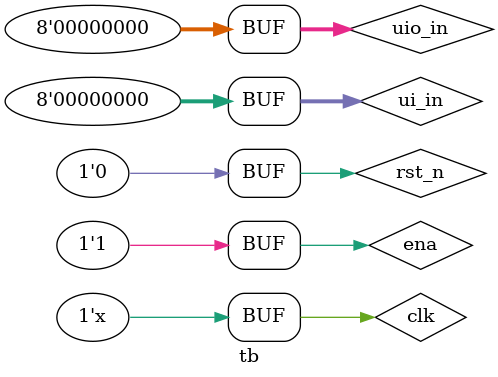
<source format=v>
`default_nettype none
`timescale 1ns / 1ps

/* This testbench just instantiates the module and makes some convenient wires
   that can be driven / tested by the cocotb test.py.
*/

module tb;

  // Dump the signals to a FST file. You can view it with gtkwave or surfer.
  initial begin
    $dumpfile("tb.fst");
    $dumpvars(0, tb);
    #1;
  end

 
    // ----------------------------------
    // DUT signals
    // ----------------------------------
    reg  [7:0] ui_in;
    wire [7:0] uo_out;
    reg  [7:0] uio_in;
    wire [7:0] uio_out;
    wire [7:0] uio_oe;
    reg        clk;
    reg        rst_n;
    reg        ena;

    // ----------------------------------
    // Instantiate DUT
    // ----------------------------------
    tt_um_piggy_top dut (
        .ui_in  (ui_in),
        .uo_out (uo_out),
        .uio_in (uio_in),
        .uio_out(uio_out),
        .uio_oe (uio_oe),
        .clk    (clk),
        .rst_n  (rst_n),
        .ena    (ena)
    );

    // ----------------------------------
    // Clock: 100 MHz
    // ----------------------------------
    always #5 clk = ~clk;

    // ----------------------------------
    // Debounce timing parameters
    // ----------------------------------
    localparam integer CLK_PERIOD_NS   = 10;
    localparam integer DEBOUNCE_CYCLES  = 400_000;
    localparam integer DEBOUNCE_TIME_NS = CLK_PERIOD_NS * DEBOUNCE_CYCLES;

    // ----------------------------------
    // Task: press a button correctly
    // ----------------------------------
    task press_button(input integer bit_index);
    begin
        ui_in[bit_index] = 1'b1;
        #(DEBOUNCE_TIME_NS + 1000);  // hold long enough
        ui_in[bit_index] = 1'b0;
        #(DEBOUNCE_TIME_NS + 1000);
    end
    endtask

    // ----------------------------------
    // Test sequence
    // ----------------------------------
    initial begin
        // Init
        clk    = 0;
        rst_n  = 1;
        ena    = 1;
        ui_in  = 0;
        uio_in = 0;

        // Reset
        #100;
        rst_n = 0;

        // ----------------------------------
        // Insert coins
        // ----------------------------------
        ui_in[6] = 0;
        $display("Insert 10 baht");
        press_button(6);   // LCD_0 → deb0

        $display("Insert 5 baht");
        press_button(2);   // Input_0

        $display("Insert 2 baht");
        press_button(3);   // Input_1

        $display("Insert 1 baht");
        press_button(4);   // Input_2

        // ----------------------------------
        // Trigger edge detector (send UART)
        // ----------------------------------
        $display("Trigger send");
        press_button(5);   // Input_3 (edge detector)

        // ----------------------------------
        // Wait for UART to finish
        // ----------------------------------
        #5_000_000;

        $display("Simulation done");
        //$finish;
    end

endmodule

</source>
